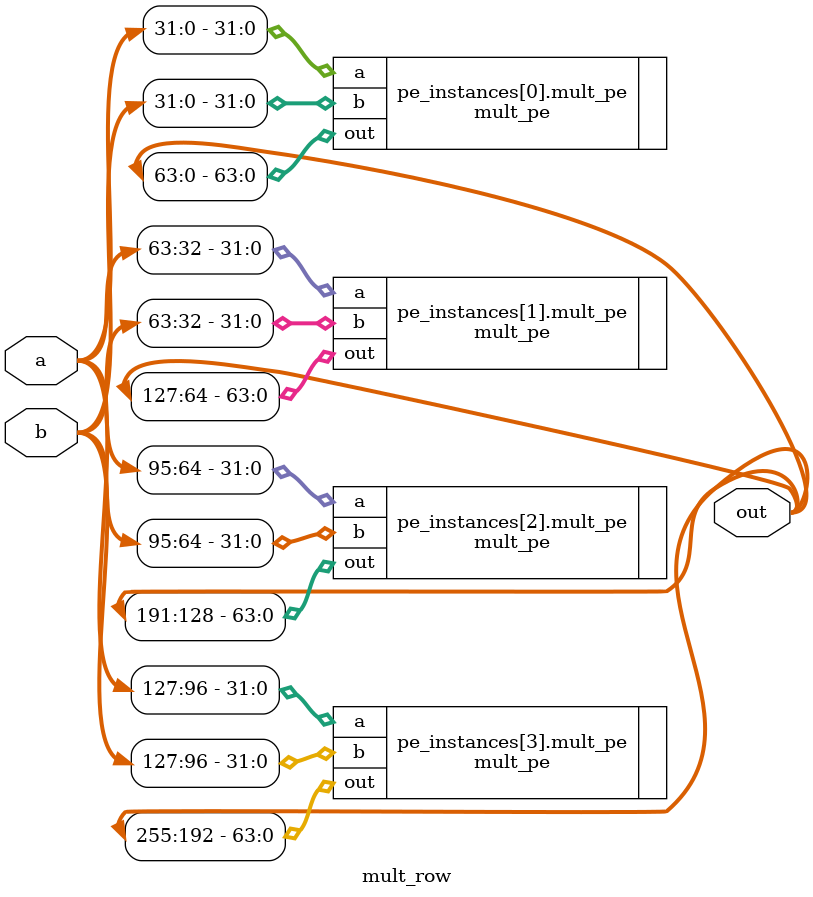
<source format=sv>
`timescale 1ns / 1ps


module mult_row #(
        parameter DATA_WIDTH = 8,
        parameter NUM_MACS = 4, // number of macs equal to matrix vector PE grid
        parameter NUM_ATTN_PES = 4 // number of PEs 
    )(
        input [NUM_MACS * NUM_ATTN_PES * DATA_WIDTH - 1:0] a,
        input [NUM_MACS * NUM_ATTN_PES * DATA_WIDTH - 1:0] b,
        output [NUM_MACS * NUM_ATTN_PES * DATA_WIDTH * 2 - 1 :0] out
    );
    
    genvar i;
    generate
        for (i = 0; i < NUM_ATTN_PES; i = i + 1) begin : pe_instances
            mult_pe #(
                .DATA_WIDTH(DATA_WIDTH),
                .NUM_MACS(NUM_MACS)
            ) mult_pe (
                .a(a[DATA_WIDTH*NUM_MACS*(i+1)-1:DATA_WIDTH*NUM_MACS*i]),
                .b(b[DATA_WIDTH*NUM_MACS*(i+1)-1:DATA_WIDTH*NUM_MACS*i]),
                .out(out[(2*NUM_MACS*DATA_WIDTH)*(i+1)-1:(2*NUM_MACS*DATA_WIDTH)*i])
            );
        end
    endgenerate
endmodule

</source>
